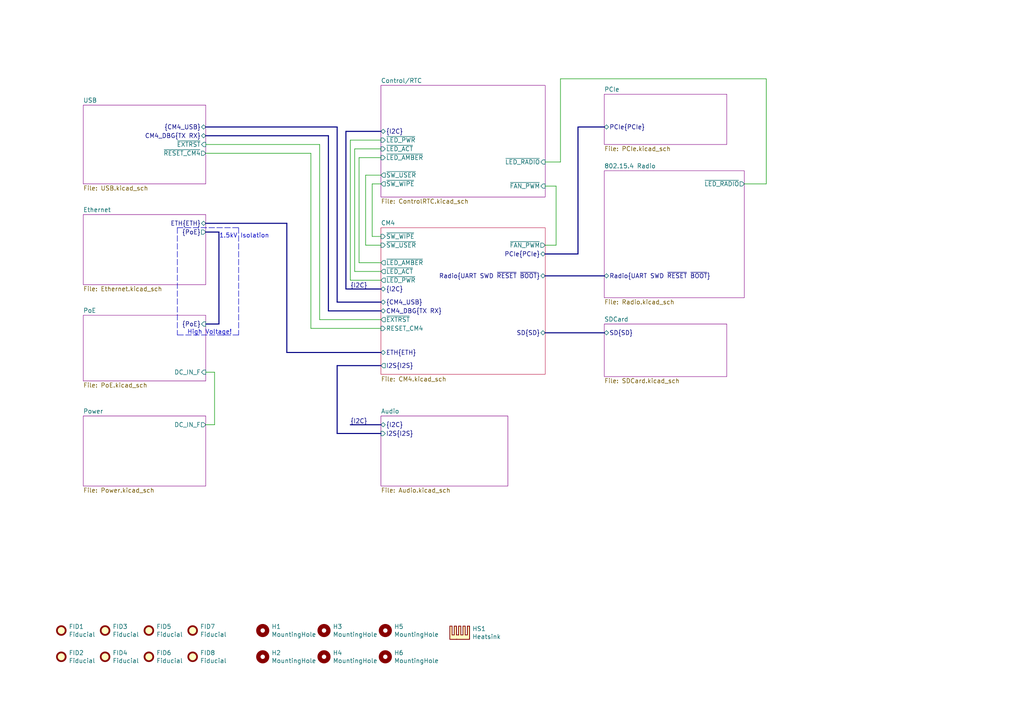
<source format=kicad_sch>
(kicad_sch (version 20211123) (generator eeschema)
  (paper "A4")
  (title_block (title "Overview") (date "2022-01-10") (rev "1.1") (company "Nabu Casa") (comment 1 "www.nabucasa.com") (comment 2 "Yellow"))
  (lib_symbols
    (symbol "Mechanical:Fiducial"
      (property "Reference" "FID" (at 0 5.08 0))
      (property "Value" "Fiducial" (at 0 3.175 0))
      (symbol "Fiducial_0_1"
        (circle (center 0 0) (radius 1.27) (stroke (width 0.508)) (fill (type background)))
      )
    )
    (symbol "Mechanical:Heatsink" (pin_names (offset 1.016))
      (property "Reference" "HS" (at 0 5.08 0))
      (property "Value" "Heatsink" (at 0 -1.27 0))
      (symbol "Heatsink_0_1"
        (polyline (pts (xy -0.3302 1.27) (xy -0.9652 1.27) (xy -0.9652 3.81) (xy -1.6002 3.81) (xy -1.6002 1.27) (xy -2.2352 1.27) (xy -2.2352 3.81) (xy -2.8702 3.81) (xy -2.8702 0) (xy -0.9652 0)) (stroke (width 0.254)) (fill (type background)))
        (polyline (pts (xy -0.3302 1.27) (xy -0.3302 3.81) (xy 0.3048 3.81) (xy 0.3048 1.27) (xy 0.9398 1.27) (xy 0.9398 3.81) (xy 1.5748 3.81) (xy 1.5748 1.27) (xy 2.2098 1.27) (xy 2.2098 3.81) (xy 2.8448 3.81) (xy 2.8448 0) (xy -0.9652 0)) (stroke (width 0.254)) (fill (type background)))
      )
    )
    (symbol "Mechanical:MountingHole" (pin_names (offset 1.016))
      (property "Reference" "H" (at 0 5.08 0))
      (property "Value" "MountingHole" (at 0 3.175 0))
      (symbol "MountingHole_0_1"
        (circle (center 0 0) (radius 1.27) (stroke (width 1.27)))
      )
    )
  )
  (bus (pts (xy 95.25 39.37) (xy 59.69 39.37)))
  (bus (pts (xy 100.33 83.82) (xy 110.49 83.82)))
  (wire (pts (xy 107.95 53.34) (xy 107.95 68.58)))
  (bus (pts (xy 100.33 38.1) (xy 100.33 83.82)))
  (wire (pts (xy 110.49 78.74) (xy 102.87 78.74)))
  (wire (pts (xy 161.29 53.975) (xy 158.115 53.975)))
  (wire (pts (xy 110.49 92.71) (xy 92.71 92.71)))
  (bus (pts (xy 59.69 64.77) (xy 83.185 64.77)))
  (bus (pts (xy 59.69 93.98) (xy 63.5 93.98)))
  (wire (pts (xy 110.49 71.12) (xy 106.045 71.12)))
  (wire (pts (xy 106.045 71.12) (xy 106.045 50.8)))
  (wire (pts (xy 161.29 53.975) (xy 161.29 71.12)))
  (wire (pts (xy 101.6 81.28) (xy 101.6 40.64)))
  (wire (pts (xy 92.71 41.91) (xy 59.69 41.91)))
  (polyline (pts (xy 51.435 66.04) (xy 51.435 97.155)) (stroke (width 0) (type dash)))
  (bus (pts (xy 158.115 96.52) (xy 175.26 96.52)))
  (wire (pts (xy 158.115 71.12) (xy 161.29 71.12)))
  (wire (pts (xy 158.115 46.99) (xy 162.56 46.99)))
  (bus (pts (xy 158.115 80.01) (xy 175.26 80.01)))
  (polyline (pts (xy 69.215 97.155) (xy 51.435 97.155)) (stroke (width 0) (type dash)))
  (bus (pts (xy 167.64 36.83) (xy 175.26 36.83)))
  (wire (pts (xy 110.49 50.8) (xy 106.045 50.8)))
  (wire (pts (xy 102.87 43.18) (xy 110.49 43.18)))
  (bus (pts (xy 63.5 67.31) (xy 63.5 93.98)))
  (bus (pts (xy 83.185 64.77) (xy 83.185 102.235)))
  (bus (pts (xy 158.115 73.66) (xy 167.64 73.66)))
  (polyline (pts (xy 51.435 66.04) (xy 69.215 66.04)) (stroke (width 0) (type dash)))
  (wire (pts (xy 215.9 53.34) (xy 222.25 53.34)))
  (wire (pts (xy 222.25 22.86) (xy 222.25 53.34)))
  (wire (pts (xy 62.23 107.95) (xy 59.69 107.95)))
  (bus (pts (xy 59.69 67.31) (xy 63.5 67.31)))
  (bus (pts (xy 110.49 87.63) (xy 97.79 87.63)))
  (wire (pts (xy 110.49 68.58) (xy 107.95 68.58)))
  (wire (pts (xy 101.6 40.64) (xy 110.49 40.64)))
  (wire (pts (xy 102.87 78.74) (xy 102.87 43.18)))
  (bus (pts (xy 97.79 106.045) (xy 97.79 125.73)))
  (wire (pts (xy 107.95 53.34) (xy 110.49 53.34)))
  (polyline (pts (xy 69.215 66.04) (xy 69.215 97.155)) (stroke (width 0) (type dash)))
  (bus (pts (xy 100.33 38.1) (xy 110.49 38.1)))
  (bus (pts (xy 110.49 90.17) (xy 95.25 90.17)))
  (wire (pts (xy 162.56 22.86) (xy 222.25 22.86)))
  (wire (pts (xy 104.14 76.2) (xy 110.49 76.2)))
  (wire (pts (xy 104.14 45.72) (xy 104.14 76.2)))
  (wire (pts (xy 110.49 45.72) (xy 104.14 45.72)))
  (wire (pts (xy 162.56 46.99) (xy 162.56 22.86)))
  (bus (pts (xy 167.64 73.66) (xy 167.64 36.83)))
  (wire (pts (xy 62.23 123.19) (xy 62.23 107.95)))
  (bus (pts (xy 97.79 125.73) (xy 110.49 125.73)))
  (bus (pts (xy 101.6 123.19) (xy 110.49 123.19)))
  (wire (pts (xy 92.71 92.71) (xy 92.71 41.91)))
  (bus (pts (xy 97.79 87.63) (xy 97.79 36.83)))
  (bus (pts (xy 95.25 90.17) (xy 95.25 39.37)))
  (wire (pts (xy 110.49 81.28) (xy 101.6 81.28)))
  (wire (pts (xy 90.17 44.45) (xy 90.17 95.25)))
  (wire (pts (xy 59.69 44.45) (xy 90.17 44.45)))
  (wire (pts (xy 90.17 95.25) (xy 110.49 95.25)))
  (bus (pts (xy 83.185 102.235) (xy 110.49 102.235)))
  (bus (pts (xy 97.79 36.83) (xy 59.69 36.83)))
  (wire (pts (xy 59.69 123.19) (xy 62.23 123.19)))
  (bus (pts (xy 110.49 106.045) (xy 97.79 106.045)))
  (text "1.5kV Isolation" (at 78.105 69.215 180) (effects (font (size 1.27 1.27)) (justify right bottom)))
  (text "High Voltage!" (at 67.31 97.155 180) (effects (font (size 1.27 1.27)) (justify right bottom)))
  (label "{I2C}" (at 101.6 83.82 0))
  (label "{I2C}" (at 101.6 123.19 0))
  (symbol (lib_id "Mechanical:MountingHole") (at 76.2 182.88 0) (unit 1) (in_bom no)
    (property "Reference" "H1" (at 78.7401 181.7306 0) (effects (justify left)))
    (property "Value" "MountingHole" (at 78.7401 184.0293 0) (effects (justify left)))
    (property "Footprint" "MountingHole:MountingHole_2.7mm_M2.5" (effects hide))
  )
  (symbol (lib_id "Mechanical:MountingHole") (at 93.98 190.5 0) (unit 1) (in_bom no)
    (property "Reference" "H4" (at 96.5201 189.3506 0) (effects (justify left)))
    (property "Value" "MountingHole" (at 96.5201 191.6493 0) (effects (justify left)))
    (property "Footprint" "MountingHole:MountingHole_2.7mm_M2.5" (effects hide))
  )
  (symbol (lib_id "Mechanical:MountingHole") (at 93.98 182.88 0) (unit 1) (in_bom no)
    (property "Reference" "H3" (at 96.5201 181.7306 0) (effects (justify left)))
    (property "Value" "MountingHole" (at 96.5201 184.0293 0) (effects (justify left)))
    (property "Footprint" "MountingHole:MountingHole_2.7mm_M2.5" (effects hide))
  )
  (symbol (lib_id "Mechanical:MountingHole") (at 111.76 182.88 0) (unit 1) (in_bom no)
    (property "Reference" "H5" (at 114.3001 181.7306 0) (effects (justify left)))
    (property "Value" "MountingHole" (at 114.3001 184.0293 0) (effects (justify left)))
    (property "Footprint" "Yellow:DrillSlot_Plated_3.5x2.5mm" (effects hide))
  )
  (symbol (lib_id "Mechanical:Fiducial") (at 43.18 182.88 0) (unit 1) (in_bom no)
    (property "Reference" "FID5" (at 45.3391 181.7306 0) (effects (justify left)))
    (property "Value" "Fiducial" (at 45.3391 184.0293 0) (effects (justify left)))
    (property "Footprint" "Fiducial:Fiducial_1mm_Mask2mm" (effects hide))
  )
  (symbol (lib_id "Mechanical:Fiducial") (at 30.48 190.5 0) (unit 1) (in_bom no)
    (property "Reference" "FID4" (at 32.6391 189.3506 0) (effects (justify left)))
    (property "Value" "Fiducial" (at 32.6391 191.6493 0) (effects (justify left)))
    (property "Footprint" "Fiducial:Fiducial_1mm_Mask2mm" (effects hide))
  )
  (symbol (lib_id "Mechanical:Fiducial") (at 55.88 190.5 0) (unit 1) (in_bom no)
    (property "Reference" "FID8" (at 58.0391 189.3506 0) (effects (justify left)))
    (property "Value" "Fiducial" (at 58.0391 191.6493 0) (effects (justify left)))
    (property "Footprint" "Fiducial:Fiducial_1mm_Mask2mm" (effects hide))
  )
  (symbol (lib_id "Mechanical:Fiducial") (at 30.48 182.88 0) (unit 1) (in_bom no)
    (property "Reference" "FID3" (at 32.6391 181.7306 0) (effects (justify left)))
    (property "Value" "Fiducial" (at 32.6391 184.0293 0) (effects (justify left)))
    (property "Footprint" "Fiducial:Fiducial_1mm_Mask2mm" (effects hide))
  )
  (symbol (lib_id "Mechanical:Fiducial") (at 43.18 190.5 0) (unit 1) (in_bom no)
    (property "Reference" "FID6" (at 45.3391 189.3506 0) (effects (justify left)))
    (property "Value" "Fiducial" (at 45.3391 191.6493 0) (effects (justify left)))
    (property "Footprint" "Fiducial:Fiducial_1mm_Mask2mm" (effects hide))
  )
  (symbol (lib_id "Mechanical:MountingHole") (at 111.76 190.5 0) (unit 1) (in_bom no)
    (property "Reference" "H6" (at 114.3001 189.3506 0) (effects (justify left)))
    (property "Value" "MountingHole" (at 114.3001 191.6493 0) (effects (justify left)))
    (property "Footprint" "Yellow:DrillSlot_Plated_3.5x2.5mm" (effects hide))
  )
  (symbol (lib_id "Mechanical:Fiducial") (at 17.78 190.5 0) (unit 1) (in_bom no)
    (property "Reference" "FID2" (at 19.9391 189.3506 0) (effects (justify left)))
    (property "Value" "Fiducial" (at 19.9391 191.6493 0) (effects (justify left)))
    (property "Footprint" "Fiducial:Fiducial_1mm_Mask2mm" (effects hide))
  )
  (symbol (lib_id "Mechanical:Heatsink") (at 133.35 185.42 0) (unit 1) (in_bom no)
    (property "Reference" "HS1" (at 136.9569 182.3656 0) (effects (justify left)))
    (property "Value" "Heatsink" (at 136.9569 184.6643 0) (effects (justify left)))
    (property "Footprint" "Yellow:Heatsink_56x56mm_2xFixation3.2mm" (effects hide))
  )
  (symbol (lib_id "Mechanical:Fiducial") (at 17.78 182.88 0) (unit 1) (in_bom no)
    (property "Reference" "FID1" (at 19.9391 181.7306 0) (effects (justify left)))
    (property "Value" "Fiducial" (at 19.9391 184.0293 0) (effects (justify left)))
    (property "Footprint" "Fiducial:Fiducial_1mm_Mask2mm" (effects hide))
  )
  (symbol (lib_id "Mechanical:Fiducial") (at 55.88 182.88 0) (unit 1) (in_bom no)
    (property "Reference" "FID7" (at 58.0391 181.7306 0) (effects (justify left)))
    (property "Value" "Fiducial" (at 58.0391 184.0293 0) (effects (justify left)))
    (property "Footprint" "Fiducial:Fiducial_1mm_Mask2mm" (effects hide))
  )
  (symbol (lib_id "Mechanical:MountingHole") (at 76.2 190.5 0) (unit 1) (in_bom no)
    (property "Reference" "H2" (at 78.7401 189.3506 0) (effects (justify left)))
    (property "Value" "MountingHole" (at 78.7401 191.6493 0) (effects (justify left)))
    (property "Footprint" "MountingHole:MountingHole_2.7mm_M2.5" (effects hide))
  )
  (sheet (at 175.26 49.53) (size 40.64 36.83) (stroke (width 0.001) (color 132 0 132 1)) (fill (color 255 255 255 0.0000))
    (property "Sheet name" "802.15.4 Radio" (at 175.26 48.8941 0) (effects (justify left bottom)))
    (property "Sheet file" "Radio.kicad_sch" (at 175.26 86.8689 0) (effects (justify left top)))
    (pin "~{LED_RADIO}" output (at 215.9 53.34 0))
    (pin "Radio{UART SWD ~{RESET} ~{BOOT}}" bidirectional (at 175.26 80.01 180))
  )
  (sheet (at 24.13 62.23) (size 35.56 20.32) (stroke (width 0.001) (color 132 0 132 1)) (fill (color 255 255 255 0.0000))
    (property "Sheet name" "Ethernet" (at 24.13 61.5941 0) (effects (justify left bottom)))
    (property "Sheet file" "Ethernet.kicad_sch" (at 24.13 83.0589 0) (effects (justify left top)))
    (pin "ETH{ETH}" bidirectional (at 59.69 64.77 0))
    (pin "{PoE}" output (at 59.69 67.31 0))
  )
  (sheet (at 110.49 24.765) (size 47.625 32.385) (stroke (width 0.001) (color 132 0 132 1)) (fill (color 255 255 255 0.0000))
    (property "Sheet name" "Control/RTC" (at 110.49 24.1291 0) (effects (justify left bottom)))
    (property "Sheet file" "ControlRTC.kicad_sch" (at 110.49 57.6589 0) (effects (justify left top)))
    (pin "{I2C}" bidirectional (at 110.49 38.1 180))
    (pin "~{LED_PWR}" input (at 110.49 40.64 180))
    (pin "~{FAN_PWM}" input (at 158.115 53.975 0))
    (pin "~{LED_RADIO}" input (at 158.115 46.99 0))
    (pin "~{LED_ACT}" input (at 110.49 43.18 180))
    (pin "~{SW_WIPE}" output (at 110.49 53.34 180))
    (pin "~{SW_USER}" output (at 110.49 50.8 180))
    (pin "~{LED_AMBER}" input (at 110.49 45.72 180))
  )
  (sheet (at 175.26 93.98) (size 35.56 15.24) (stroke (width 0.001) (color 132 0 132 1)) (fill (color 255 255 255 0.0000))
    (property "Sheet name" "SDCard" (at 175.26 93.3441 0) (effects (justify left bottom)))
    (property "Sheet file" "SDCard.kicad_sch" (at 175.26 109.7289 0) (effects (justify left top)))
    (pin "SD{SD}" bidirectional (at 175.26 96.52 180))
  )
  (sheet (at 24.13 91.44) (size 35.56 19.05) (stroke (width 0.001) (color 132 0 132 1)) (fill (color 255 255 255 0.0000))
    (property "Sheet name" "PoE" (at 24.13 90.8041 0) (effects (justify left bottom)))
    (property "Sheet file" "PoE.kicad_sch" (at 24.13 110.9989 0) (effects (justify left top)))
    (pin "{PoE}" input (at 59.69 93.98 0))
    (pin "DC_IN_F" input (at 59.69 107.95 0))
  )
  (sheet (at 110.49 66.04) (size 47.625 42.545) (stroke (width 0.001) (color 187 17 66 1)) (fill (color 255 255 255 0.0000))
    (property "Sheet name" "CM4" (at 110.49 65.4041 0) (effects (justify left bottom)))
    (property "Sheet file" "CM4.kicad_sch" (at 110.49 109.22 0) (effects (justify left top)))
    (pin "ETH{ETH}" bidirectional (at 110.49 102.235 180))
    (pin "{CM4_USB}" bidirectional (at 110.49 87.63 180))
    (pin "PCIe{PCIe}" bidirectional (at 158.115 73.66 0))
    (pin "{I2C}" bidirectional (at 110.49 83.82 180))
    (pin "CM4_DBG{TX RX}" bidirectional (at 110.49 90.17 180))
    (pin "I2S{I2S}" output (at 110.49 106.045 180))
    (pin "~{EXTRST}" output (at 110.49 92.71 180))
    (pin "SD{SD}" bidirectional (at 158.115 96.52 0))
    (pin "~{LED_PWR}" output (at 110.49 81.28 180))
    (pin "~{LED_ACT}" output (at 110.49 78.74 180))
    (pin "~{FAN_PWM}" output (at 158.115 71.12 0))
    (pin "Radio{UART SWD ~{RESET} ~{BOOT}}" bidirectional (at 158.115 80.01 0))
    (pin "~{SW_WIPE}" input (at 110.49 68.58 180))
    (pin "~{SW_USER}" input (at 110.49 71.12 180))
    (pin "RESET_CM4" input (at 110.49 95.25 180))
    (pin "~{LED_AMBER}" output (at 110.49 76.2 180))
  )
  (sheet (at 175.26 27.305) (size 35.56 14.605) (stroke (width 0.001) (color 132 0 132 1)) (fill (color 255 255 255 0.0000))
    (property "Sheet name" "PCIe" (at 175.26 26.6691 0) (effects (justify left bottom)))
    (property "Sheet file" "PCIe.kicad_sch" (at 175.26 42.4189 0) (effects (justify left top)))
    (pin "PCIe{PCIe}" bidirectional (at 175.26 36.83 180))
  )
  (sheet (at 110.49 120.65) (size 36.83 20.32) (stroke (width 0.001) (color 132 0 132 1)) (fill (color 255 255 255 0.0000))
    (property "Sheet name" "Audio" (at 110.49 120.0141 0) (effects (justify left bottom)))
    (property "Sheet file" "Audio.kicad_sch" (at 110.49 141.4789 0) (effects (justify left top)))
    (pin "{I2C}" bidirectional (at 110.49 123.19 180))
    (pin "I2S{I2S}" input (at 110.49 125.73 180))
  )
  (sheet (at 24.13 30.48) (size 35.56 22.86) (stroke (width 0.001) (color 132 0 132 1)) (fill (color 255 255 255 0.0000))
    (property "Sheet name" "USB" (at 24.13 29.8441 0) (effects (justify left bottom)))
    (property "Sheet file" "USB.kicad_sch" (at 24.13 53.8489 0) (effects (justify left top)))
    (pin "{CM4_USB}" bidirectional (at 59.69 36.83 0))
    (pin "CM4_DBG{TX RX}" bidirectional (at 59.69 39.37 0))
    (pin "~{EXTRST}" input (at 59.69 41.91 0))
    (pin "~{RESET_CM4}" output (at 59.69 44.45 0))
  )
  (sheet (at 24.13 120.65) (size 35.56 20.32) (stroke (width 0.001) (color 132 0 132 1)) (fill (color 255 255 255 0.0000))
    (property "Sheet name" "Power" (at 24.13 120.0141 0) (effects (justify left bottom)))
    (property "Sheet file" "Power.kicad_sch" (at 24.13 141.4789 0) (effects (justify left top)))
    (pin "DC_IN_F" output (at 59.69 123.19 0))
  )
)
</source>
